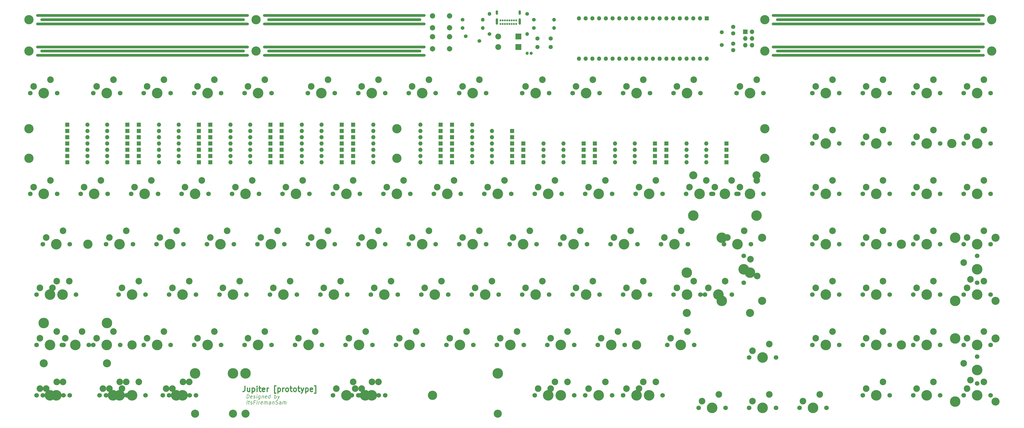
<source format=gbr>
%TF.GenerationSoftware,KiCad,Pcbnew,(6.0.0)*%
%TF.CreationDate,2022-04-22T09:20:41+02:00*%
%TF.ProjectId,pcb,7063622e-6b69-4636-9164-5f7063625858,rev?*%
%TF.SameCoordinates,Original*%
%TF.FileFunction,Soldermask,Top*%
%TF.FilePolarity,Negative*%
%FSLAX46Y46*%
G04 Gerber Fmt 4.6, Leading zero omitted, Abs format (unit mm)*
G04 Created by KiCad (PCBNEW (6.0.0)) date 2022-04-22 09:20:41*
%MOMM*%
%LPD*%
G01*
G04 APERTURE LIST*
%ADD10C,1.000000*%
%ADD11C,0.400000*%
%ADD12C,0.200000*%
%ADD13R,1.600000X1.600000*%
%ADD14O,1.600000X1.600000*%
%ADD15C,1.750000*%
%ADD16C,4.000000*%
%ADD17C,2.500000*%
%ADD18C,3.500001*%
%ADD19C,1.400000*%
%ADD20O,1.400000X1.400000*%
%ADD21C,3.987800*%
%ADD22C,3.048000*%
%ADD23C,1.500000*%
%ADD24C,2.000000*%
%ADD25R,1.700000X1.700000*%
%ADD26O,1.700000X1.700000*%
%ADD27C,1.600000*%
%ADD28R,2.200000X2.200000*%
%ADD29O,2.200000X2.200000*%
%ADD30C,0.700000*%
%ADD31O,0.900000X1.700000*%
%ADD32O,0.900000X2.400000*%
%ADD33C,1.200000*%
G04 APERTURE END LIST*
D10*
X467518750Y-144462500D02*
X388143750Y-144462500D01*
X254793750Y-142875000D02*
X197643750Y-142875000D01*
X388143750Y-129381250D02*
X467518750Y-129381250D01*
X388143750Y-132556250D02*
X467518750Y-132556250D01*
X254793750Y-130968750D02*
X197643750Y-130968750D01*
X465931250Y-130968750D02*
X389731250Y-130968750D01*
X196056250Y-132556250D02*
X256381250Y-132556250D01*
X465931250Y-142875000D02*
X389731250Y-142875000D01*
X188118750Y-130968750D02*
X111918750Y-130968750D01*
X110331250Y-129381250D02*
X189706250Y-129381250D01*
X388143750Y-141287500D02*
X467518750Y-141287500D01*
X189706250Y-144462500D02*
X110331250Y-144462500D01*
X196056250Y-144462500D02*
X256381250Y-144462500D01*
X110331250Y-132556250D02*
X189706250Y-132556250D01*
X256381250Y-141287500D02*
X196056250Y-141287500D01*
X256381250Y-129381250D02*
X196056250Y-129381250D01*
X188118750Y-142875000D02*
X111918750Y-142875000D01*
X110331250Y-141287500D02*
X189706250Y-141287500D01*
D11*
X188632619Y-269573511D02*
X188632619Y-271002083D01*
X188537380Y-271287797D01*
X188346904Y-271478273D01*
X188061190Y-271573511D01*
X187870714Y-271573511D01*
X190442142Y-270240178D02*
X190442142Y-271573511D01*
X189585000Y-270240178D02*
X189585000Y-271287797D01*
X189680238Y-271478273D01*
X189870714Y-271573511D01*
X190156428Y-271573511D01*
X190346904Y-271478273D01*
X190442142Y-271383035D01*
X191394523Y-270240178D02*
X191394523Y-272240178D01*
X191394523Y-270335416D02*
X191585000Y-270240178D01*
X191965952Y-270240178D01*
X192156428Y-270335416D01*
X192251666Y-270430654D01*
X192346904Y-270621130D01*
X192346904Y-271192559D01*
X192251666Y-271383035D01*
X192156428Y-271478273D01*
X191965952Y-271573511D01*
X191585000Y-271573511D01*
X191394523Y-271478273D01*
X193204047Y-271573511D02*
X193204047Y-270240178D01*
X193204047Y-269573511D02*
X193108809Y-269668750D01*
X193204047Y-269763988D01*
X193299285Y-269668750D01*
X193204047Y-269573511D01*
X193204047Y-269763988D01*
X193870714Y-270240178D02*
X194632619Y-270240178D01*
X194156428Y-269573511D02*
X194156428Y-271287797D01*
X194251666Y-271478273D01*
X194442142Y-271573511D01*
X194632619Y-271573511D01*
X196061190Y-271478273D02*
X195870714Y-271573511D01*
X195489761Y-271573511D01*
X195299285Y-271478273D01*
X195204047Y-271287797D01*
X195204047Y-270525892D01*
X195299285Y-270335416D01*
X195489761Y-270240178D01*
X195870714Y-270240178D01*
X196061190Y-270335416D01*
X196156428Y-270525892D01*
X196156428Y-270716369D01*
X195204047Y-270906845D01*
X197013571Y-271573511D02*
X197013571Y-270240178D01*
X197013571Y-270621130D02*
X197108809Y-270430654D01*
X197204047Y-270335416D01*
X197394523Y-270240178D01*
X197585000Y-270240178D01*
X200346904Y-272240178D02*
X199870714Y-272240178D01*
X199870714Y-269383035D01*
X200346904Y-269383035D01*
X201108809Y-270240178D02*
X201108809Y-272240178D01*
X201108809Y-270335416D02*
X201299285Y-270240178D01*
X201680238Y-270240178D01*
X201870714Y-270335416D01*
X201965952Y-270430654D01*
X202061190Y-270621130D01*
X202061190Y-271192559D01*
X201965952Y-271383035D01*
X201870714Y-271478273D01*
X201680238Y-271573511D01*
X201299285Y-271573511D01*
X201108809Y-271478273D01*
X202918333Y-271573511D02*
X202918333Y-270240178D01*
X202918333Y-270621130D02*
X203013571Y-270430654D01*
X203108809Y-270335416D01*
X203299285Y-270240178D01*
X203489761Y-270240178D01*
X204442142Y-271573511D02*
X204251666Y-271478273D01*
X204156428Y-271383035D01*
X204061190Y-271192559D01*
X204061190Y-270621130D01*
X204156428Y-270430654D01*
X204251666Y-270335416D01*
X204442142Y-270240178D01*
X204727857Y-270240178D01*
X204918333Y-270335416D01*
X205013571Y-270430654D01*
X205108809Y-270621130D01*
X205108809Y-271192559D01*
X205013571Y-271383035D01*
X204918333Y-271478273D01*
X204727857Y-271573511D01*
X204442142Y-271573511D01*
X205680238Y-270240178D02*
X206442142Y-270240178D01*
X205965952Y-269573511D02*
X205965952Y-271287797D01*
X206061190Y-271478273D01*
X206251666Y-271573511D01*
X206442142Y-271573511D01*
X207394523Y-271573511D02*
X207204047Y-271478273D01*
X207108809Y-271383035D01*
X207013571Y-271192559D01*
X207013571Y-270621130D01*
X207108809Y-270430654D01*
X207204047Y-270335416D01*
X207394523Y-270240178D01*
X207680238Y-270240178D01*
X207870714Y-270335416D01*
X207965952Y-270430654D01*
X208061190Y-270621130D01*
X208061190Y-271192559D01*
X207965952Y-271383035D01*
X207870714Y-271478273D01*
X207680238Y-271573511D01*
X207394523Y-271573511D01*
X208632619Y-270240178D02*
X209394523Y-270240178D01*
X208918333Y-269573511D02*
X208918333Y-271287797D01*
X209013571Y-271478273D01*
X209204047Y-271573511D01*
X209394523Y-271573511D01*
X209870714Y-270240178D02*
X210346904Y-271573511D01*
X210823095Y-270240178D02*
X210346904Y-271573511D01*
X210156428Y-272049702D01*
X210061190Y-272144940D01*
X209870714Y-272240178D01*
X211585000Y-270240178D02*
X211585000Y-272240178D01*
X211585000Y-270335416D02*
X211775476Y-270240178D01*
X212156428Y-270240178D01*
X212346904Y-270335416D01*
X212442142Y-270430654D01*
X212537380Y-270621130D01*
X212537380Y-271192559D01*
X212442142Y-271383035D01*
X212346904Y-271478273D01*
X212156428Y-271573511D01*
X211775476Y-271573511D01*
X211585000Y-271478273D01*
X214156428Y-271478273D02*
X213965952Y-271573511D01*
X213585000Y-271573511D01*
X213394523Y-271478273D01*
X213299285Y-271287797D01*
X213299285Y-270525892D01*
X213394523Y-270335416D01*
X213585000Y-270240178D01*
X213965952Y-270240178D01*
X214156428Y-270335416D01*
X214251666Y-270525892D01*
X214251666Y-270716369D01*
X213299285Y-270906845D01*
X214918333Y-272240178D02*
X215394523Y-272240178D01*
X215394523Y-269383035D01*
X214918333Y-269383035D01*
D12*
X189384166Y-274143833D02*
X189559166Y-272743833D01*
X189892500Y-272743833D01*
X190084166Y-272810500D01*
X190200833Y-272943833D01*
X190250833Y-273077166D01*
X190284166Y-273343833D01*
X190259166Y-273543833D01*
X190159166Y-273810500D01*
X190075833Y-273943833D01*
X189925833Y-274077166D01*
X189717500Y-274143833D01*
X189384166Y-274143833D01*
X191325833Y-274077166D02*
X191184166Y-274143833D01*
X190917500Y-274143833D01*
X190792500Y-274077166D01*
X190742500Y-273943833D01*
X190809166Y-273410500D01*
X190892500Y-273277166D01*
X191034166Y-273210500D01*
X191300833Y-273210500D01*
X191425833Y-273277166D01*
X191475833Y-273410500D01*
X191459166Y-273543833D01*
X190775833Y-273677166D01*
X191925833Y-274077166D02*
X192050833Y-274143833D01*
X192317500Y-274143833D01*
X192459166Y-274077166D01*
X192542500Y-273943833D01*
X192550833Y-273877166D01*
X192500833Y-273743833D01*
X192375833Y-273677166D01*
X192175833Y-273677166D01*
X192050833Y-273610500D01*
X192000833Y-273477166D01*
X192009166Y-273410500D01*
X192092500Y-273277166D01*
X192234166Y-273210500D01*
X192434166Y-273210500D01*
X192559166Y-273277166D01*
X193117500Y-274143833D02*
X193234166Y-273210500D01*
X193292500Y-272743833D02*
X193217500Y-272810500D01*
X193275833Y-272877166D01*
X193350833Y-272810500D01*
X193292500Y-272743833D01*
X193275833Y-272877166D01*
X194500833Y-273210500D02*
X194359166Y-274343833D01*
X194275833Y-274477166D01*
X194200833Y-274543833D01*
X194059166Y-274610500D01*
X193859166Y-274610500D01*
X193734166Y-274543833D01*
X194392500Y-274077166D02*
X194250833Y-274143833D01*
X193984166Y-274143833D01*
X193859166Y-274077166D01*
X193800833Y-274010500D01*
X193750833Y-273877166D01*
X193800833Y-273477166D01*
X193884166Y-273343833D01*
X193959166Y-273277166D01*
X194100833Y-273210500D01*
X194367500Y-273210500D01*
X194492500Y-273277166D01*
X195167500Y-273210500D02*
X195050833Y-274143833D01*
X195150833Y-273343833D02*
X195225833Y-273277166D01*
X195367500Y-273210500D01*
X195567500Y-273210500D01*
X195692500Y-273277166D01*
X195742500Y-273410500D01*
X195650833Y-274143833D01*
X196859166Y-274077166D02*
X196717500Y-274143833D01*
X196450833Y-274143833D01*
X196325833Y-274077166D01*
X196275833Y-273943833D01*
X196342500Y-273410500D01*
X196425833Y-273277166D01*
X196567500Y-273210500D01*
X196834166Y-273210500D01*
X196959166Y-273277166D01*
X197009166Y-273410500D01*
X196992500Y-273543833D01*
X196309166Y-273677166D01*
X198117500Y-274143833D02*
X198292500Y-272743833D01*
X198125833Y-274077166D02*
X197984166Y-274143833D01*
X197717500Y-274143833D01*
X197592500Y-274077166D01*
X197534166Y-274010500D01*
X197484166Y-273877166D01*
X197534166Y-273477166D01*
X197617500Y-273343833D01*
X197692500Y-273277166D01*
X197834166Y-273210500D01*
X198100833Y-273210500D01*
X198225833Y-273277166D01*
X199850833Y-274143833D02*
X200025833Y-272743833D01*
X199959166Y-273277166D02*
X200100833Y-273210500D01*
X200367500Y-273210500D01*
X200492500Y-273277166D01*
X200550833Y-273343833D01*
X200600833Y-273477166D01*
X200550833Y-273877166D01*
X200467500Y-274010500D01*
X200392500Y-274077166D01*
X200250833Y-274143833D01*
X199984166Y-274143833D01*
X199859166Y-274077166D01*
X201100833Y-273210500D02*
X201317500Y-274143833D01*
X201767500Y-273210500D02*
X201317500Y-274143833D01*
X201142500Y-274477166D01*
X201067500Y-274543833D01*
X200925833Y-274610500D01*
X189384166Y-276397833D02*
X189559166Y-274997833D01*
X189967500Y-275464500D02*
X190500833Y-275464500D01*
X190225833Y-274997833D02*
X190075833Y-276197833D01*
X190125833Y-276331166D01*
X190250833Y-276397833D01*
X190384166Y-276397833D01*
X190792500Y-276331166D02*
X190917500Y-276397833D01*
X191184166Y-276397833D01*
X191325833Y-276331166D01*
X191409166Y-276197833D01*
X191417500Y-276131166D01*
X191367500Y-275997833D01*
X191242500Y-275931166D01*
X191042500Y-275931166D01*
X190917500Y-275864500D01*
X190867500Y-275731166D01*
X190875833Y-275664500D01*
X190959166Y-275531166D01*
X191100833Y-275464500D01*
X191300833Y-275464500D01*
X191425833Y-275531166D01*
X192542500Y-275664500D02*
X192075833Y-275664500D01*
X191984166Y-276397833D02*
X192159166Y-274997833D01*
X192825833Y-274997833D01*
X193184166Y-276397833D02*
X193300833Y-275464500D01*
X193359166Y-274997833D02*
X193284166Y-275064500D01*
X193342500Y-275131166D01*
X193417500Y-275064500D01*
X193359166Y-274997833D01*
X193342500Y-275131166D01*
X193850833Y-276397833D02*
X193967500Y-275464500D01*
X193934166Y-275731166D02*
X194017500Y-275597833D01*
X194092500Y-275531166D01*
X194234166Y-275464500D01*
X194367500Y-275464500D01*
X195259166Y-276331166D02*
X195117500Y-276397833D01*
X194850833Y-276397833D01*
X194725833Y-276331166D01*
X194675833Y-276197833D01*
X194742500Y-275664500D01*
X194825833Y-275531166D01*
X194967500Y-275464500D01*
X195234166Y-275464500D01*
X195359166Y-275531166D01*
X195409166Y-275664500D01*
X195392500Y-275797833D01*
X194709166Y-275931166D01*
X195917500Y-276397833D02*
X196034166Y-275464500D01*
X196017500Y-275597833D02*
X196092500Y-275531166D01*
X196234166Y-275464500D01*
X196434166Y-275464500D01*
X196559166Y-275531166D01*
X196609166Y-275664500D01*
X196517500Y-276397833D01*
X196609166Y-275664500D02*
X196692500Y-275531166D01*
X196834166Y-275464500D01*
X197034166Y-275464500D01*
X197159166Y-275531166D01*
X197209166Y-275664500D01*
X197117500Y-276397833D01*
X198384166Y-276397833D02*
X198475833Y-275664500D01*
X198425833Y-275531166D01*
X198300833Y-275464500D01*
X198034166Y-275464500D01*
X197892500Y-275531166D01*
X198392500Y-276331166D02*
X198250833Y-276397833D01*
X197917500Y-276397833D01*
X197792500Y-276331166D01*
X197742500Y-276197833D01*
X197759166Y-276064500D01*
X197842500Y-275931166D01*
X197984166Y-275864500D01*
X198317500Y-275864500D01*
X198459166Y-275797833D01*
X199167500Y-275464500D02*
X199050833Y-276397833D01*
X199150833Y-275597833D02*
X199225833Y-275531166D01*
X199367500Y-275464500D01*
X199567500Y-275464500D01*
X199692500Y-275531166D01*
X199742500Y-275664500D01*
X199650833Y-276397833D01*
X200259166Y-276331166D02*
X200450833Y-276397833D01*
X200784166Y-276397833D01*
X200925833Y-276331166D01*
X201000833Y-276264500D01*
X201084166Y-276131166D01*
X201100833Y-275997833D01*
X201050833Y-275864500D01*
X200992500Y-275797833D01*
X200867500Y-275731166D01*
X200609166Y-275664500D01*
X200484166Y-275597833D01*
X200425833Y-275531166D01*
X200375833Y-275397833D01*
X200392500Y-275264500D01*
X200475833Y-275131166D01*
X200550833Y-275064500D01*
X200692500Y-274997833D01*
X201025833Y-274997833D01*
X201217500Y-275064500D01*
X202250833Y-276397833D02*
X202342500Y-275664500D01*
X202292500Y-275531166D01*
X202167500Y-275464500D01*
X201900833Y-275464500D01*
X201759166Y-275531166D01*
X202259166Y-276331166D02*
X202117500Y-276397833D01*
X201784166Y-276397833D01*
X201659166Y-276331166D01*
X201609166Y-276197833D01*
X201625833Y-276064500D01*
X201709166Y-275931166D01*
X201850833Y-275864500D01*
X202184166Y-275864500D01*
X202325833Y-275797833D01*
X202917500Y-276397833D02*
X203034166Y-275464500D01*
X203017500Y-275597833D02*
X203092500Y-275531166D01*
X203234166Y-275464500D01*
X203434166Y-275464500D01*
X203559166Y-275531166D01*
X203609166Y-275664500D01*
X203517500Y-276397833D01*
X203609166Y-275664500D02*
X203692500Y-275531166D01*
X203834166Y-275464500D01*
X204034166Y-275464500D01*
X204159166Y-275531166D01*
X204209166Y-275664500D01*
X204117500Y-276397833D01*
D13*
%TO.C,D104*%
X289560000Y-182562500D03*
D14*
X281940000Y-182562500D03*
%TD*%
D15*
%TO.C,SW22*%
X460057500Y-177800000D03*
D16*
X465137500Y-177800000D03*
D15*
X470217500Y-177800000D03*
D17*
X461327500Y-175260000D03*
X467677500Y-172720000D03*
%TD*%
D18*
%TO.C,MH2*%
X259556250Y-273050000D03*
%TD*%
D15*
%TO.C,SW106*%
X308292500Y-273050000D03*
X298132500Y-273050000D03*
D16*
X303212500Y-273050000D03*
D17*
X299402500Y-270510000D03*
X305752500Y-267970000D03*
%TD*%
D16*
%TO.C,SW122*%
X236537500Y-273050000D03*
D15*
X231457500Y-273050000D03*
X241617500Y-273050000D03*
D17*
X232727500Y-270510000D03*
X239077500Y-267970000D03*
%TD*%
D13*
%TO.C,D14*%
X121602500Y-184943750D03*
D14*
X129222500Y-184943750D03*
%TD*%
D13*
%TO.C,D79*%
X262572500Y-182562500D03*
D14*
X254952500Y-182562500D03*
%TD*%
D13*
%TO.C,D75*%
X347821250Y-180181250D03*
D14*
X355441250Y-180181250D03*
%TD*%
D13*
%TO.C,D62*%
X225266250Y-182562500D03*
D14*
X217646250Y-182562500D03*
%TD*%
D15*
%TO.C,SW48*%
X212407500Y-215900000D03*
X222567500Y-215900000D03*
D16*
X217487500Y-215900000D03*
D17*
X213677500Y-213360000D03*
X220027500Y-210820000D03*
%TD*%
D18*
%TO.C,MH2*%
X246062500Y-183356250D03*
%TD*%
D13*
%TO.C,D30*%
X148590000Y-175418750D03*
D14*
X156210000Y-175418750D03*
%TD*%
D13*
%TO.C,D22*%
X316547500Y-184943750D03*
D14*
X308927500Y-184943750D03*
%TD*%
D18*
%TO.C,MH2*%
X470693750Y-142875000D03*
%TD*%
D13*
%TO.C,D31*%
X171291250Y-175418750D03*
D14*
X163671250Y-175418750D03*
%TD*%
D18*
%TO.C,MH2*%
X107156250Y-183356250D03*
%TD*%
D15*
%TO.C,SW82*%
X119538750Y-254000000D03*
D16*
X124618750Y-254000000D03*
D15*
X129698750Y-254000000D03*
D17*
X120808750Y-251460000D03*
X127158750Y-248920000D03*
%TD*%
D15*
%TO.C,SW47*%
X203517500Y-215900000D03*
X193357500Y-215900000D03*
D16*
X198437500Y-215900000D03*
D17*
X194627500Y-213360000D03*
X200977500Y-210820000D03*
%TD*%
D19*
%TO.C,R5*%
X297815000Y-130968750D03*
D20*
X305435000Y-130968750D03*
%TD*%
D15*
%TO.C,SW49*%
X241617500Y-215900000D03*
X231457500Y-215900000D03*
D16*
X236537500Y-215900000D03*
D17*
X232727500Y-213360000D03*
X239077500Y-210820000D03*
%TD*%
D21*
%TO.C,REF\u002A\u002A*%
X456882500Y-237363000D03*
D22*
X472122500Y-237363000D03*
X472122500Y-213487000D03*
D21*
X456882500Y-213487000D03*
%TD*%
D18*
%TO.C,MH2*%
X384968750Y-172243750D03*
%TD*%
D13*
%TO.C,D102*%
X289560000Y-180181250D03*
D14*
X281940000Y-180181250D03*
%TD*%
D16*
%TO.C,SW108*%
X341312500Y-273050000D03*
D15*
X336232500Y-273050000D03*
X346392500Y-273050000D03*
D17*
X337502500Y-270510000D03*
X343852500Y-267970000D03*
%TD*%
D15*
%TO.C,SW7*%
X241617500Y-158750000D03*
D16*
X236537500Y-158750000D03*
D15*
X231457500Y-158750000D03*
D17*
X232727500Y-156210000D03*
X239077500Y-153670000D03*
%TD*%
D15*
%TO.C,SW102*%
X120173750Y-273050000D03*
D16*
X115093750Y-273050000D03*
D15*
X110013750Y-273050000D03*
D17*
X111283750Y-270510000D03*
X117633750Y-267970000D03*
%TD*%
D13*
%TO.C,D72*%
X225266250Y-170656250D03*
D14*
X217646250Y-170656250D03*
%TD*%
D13*
%TO.C,D27*%
X171291250Y-180181250D03*
D14*
X163671250Y-180181250D03*
%TD*%
D13*
%TO.C,D1*%
X144303750Y-170656250D03*
D14*
X136683750Y-170656250D03*
%TD*%
D15*
%TO.C,SW58*%
X432117500Y-215900000D03*
X421957500Y-215900000D03*
D16*
X427037500Y-215900000D03*
D17*
X423227500Y-213360000D03*
X429577500Y-210820000D03*
%TD*%
D13*
%TO.C,D84*%
X229552500Y-184943750D03*
D14*
X237172500Y-184943750D03*
%TD*%
D16*
%TO.C,SW113*%
X446087500Y-273050000D03*
D15*
X451167500Y-273050000D03*
X441007500Y-273050000D03*
D17*
X442277500Y-270510000D03*
X448627500Y-267970000D03*
%TD*%
D21*
%TO.C,REF\u002A\u002A*%
X284162500Y-264795000D03*
D22*
X188912500Y-280035000D03*
X284162500Y-280035000D03*
D21*
X188912500Y-264795000D03*
%TD*%
D13*
%TO.C,D107*%
X289560000Y-173037500D03*
D14*
X281940000Y-173037500D03*
%TD*%
D15*
%TO.C,SW61*%
X465137500Y-230505000D03*
X465137500Y-220345000D03*
D16*
X465137500Y-225425000D03*
D17*
X462597500Y-229235000D03*
X460057500Y-222885000D03*
%TD*%
D16*
%TO.C,SW5*%
X193675000Y-158750000D03*
D15*
X198755000Y-158750000D03*
X188595000Y-158750000D03*
D17*
X189865000Y-156210000D03*
X196215000Y-153670000D03*
%TD*%
D13*
%TO.C,D3*%
X144303750Y-184943750D03*
D14*
X136683750Y-184943750D03*
%TD*%
D15*
%TO.C,SW111*%
X398145000Y-277812500D03*
X408305000Y-277812500D03*
D16*
X403225000Y-277812500D03*
D17*
X399415000Y-275272500D03*
X405765000Y-272732500D03*
%TD*%
D21*
%TO.C,REF\u002A\u002A*%
X184156250Y-264795000D03*
D22*
X284156250Y-280035000D03*
X184156250Y-280035000D03*
D21*
X284156250Y-264795000D03*
%TD*%
D13*
%TO.C,D32*%
X148590000Y-177800000D03*
D14*
X156210000Y-177800000D03*
%TD*%
D15*
%TO.C,SW38*%
X374332500Y-196850000D03*
X384492500Y-196850000D03*
D16*
X379412500Y-196850000D03*
D17*
X375602500Y-194310000D03*
X381952500Y-191770000D03*
%TD*%
D15*
%TO.C,SW87*%
X207645000Y-254000000D03*
D16*
X212725000Y-254000000D03*
D15*
X217805000Y-254000000D03*
D17*
X208915000Y-251460000D03*
X215265000Y-248920000D03*
%TD*%
D15*
%TO.C,SW78*%
X451167500Y-234950000D03*
X441007500Y-234950000D03*
D16*
X446087500Y-234950000D03*
D17*
X442277500Y-232410000D03*
X448627500Y-229870000D03*
%TD*%
D15*
%TO.C,SW97*%
X432117500Y-254000000D03*
X421957500Y-254000000D03*
D16*
X427037500Y-254000000D03*
D17*
X423227500Y-251460000D03*
X429577500Y-248920000D03*
%TD*%
D19*
%TO.C,R3*%
X280987500Y-136366250D03*
D20*
X280987500Y-128746250D03*
%TD*%
D18*
%TO.C,MH2*%
X107156250Y-130968750D03*
%TD*%
D13*
%TO.C,D57*%
X343535000Y-180181250D03*
D14*
X335915000Y-180181250D03*
%TD*%
D13*
%TO.C,D103*%
X266858750Y-177800000D03*
D14*
X274478750Y-177800000D03*
%TD*%
D23*
%TO.C,Y1*%
X368756250Y-140562500D03*
X368756250Y-135682500D03*
%TD*%
D15*
%TO.C,SW32*%
X260032500Y-196850000D03*
X270192500Y-196850000D03*
D16*
X265112500Y-196850000D03*
D17*
X261302500Y-194310000D03*
X267652500Y-191770000D03*
%TD*%
D15*
%TO.C,SW86*%
X198755000Y-254000000D03*
X188595000Y-254000000D03*
D16*
X193675000Y-254000000D03*
D17*
X189865000Y-251460000D03*
X196215000Y-248920000D03*
%TD*%
D13*
%TO.C,D91*%
X370522500Y-177800000D03*
D14*
X362902500Y-177800000D03*
%TD*%
D16*
%TO.C,SW34*%
X303212500Y-196850000D03*
D15*
X298132500Y-196850000D03*
X308292500Y-196850000D03*
D17*
X299402500Y-194310000D03*
X305752500Y-191770000D03*
%TD*%
D15*
%TO.C,SW52*%
X288607500Y-215900000D03*
D16*
X293687500Y-215900000D03*
D15*
X298767500Y-215900000D03*
D17*
X289877500Y-213360000D03*
X296227500Y-210820000D03*
%TD*%
D16*
%TO.C,SW54*%
X331787500Y-215900000D03*
D15*
X326707500Y-215900000D03*
X336867500Y-215900000D03*
D17*
X327977500Y-213360000D03*
X334327500Y-210820000D03*
%TD*%
D13*
%TO.C,D82*%
X229552500Y-182562500D03*
D14*
X237172500Y-182562500D03*
%TD*%
D15*
%TO.C,SW20*%
X421957500Y-177800000D03*
D16*
X427037500Y-177800000D03*
D15*
X432117500Y-177800000D03*
D17*
X423227500Y-175260000D03*
X429577500Y-172720000D03*
%TD*%
D15*
%TO.C,SW15*%
X413067500Y-158750000D03*
X402907500Y-158750000D03*
D16*
X407987500Y-158750000D03*
D17*
X404177500Y-156210000D03*
X410527500Y-153670000D03*
%TD*%
D13*
%TO.C,D12*%
X121602500Y-182562500D03*
D14*
X129222500Y-182562500D03*
%TD*%
D16*
%TO.C,SW37*%
X369887500Y-196850000D03*
D15*
X364807500Y-196850000D03*
X374967500Y-196850000D03*
D17*
X366077500Y-194310000D03*
X372427500Y-191770000D03*
%TD*%
D13*
%TO.C,D93*%
X370522500Y-182562500D03*
D14*
X362902500Y-182562500D03*
%TD*%
D24*
%TO.C,SW124*%
X265981250Y-134012500D03*
X259481250Y-134012500D03*
X265981250Y-129512500D03*
X259481250Y-129512500D03*
%TD*%
D15*
%TO.C,SW3*%
X160655000Y-158750000D03*
D16*
X155575000Y-158750000D03*
D15*
X150495000Y-158750000D03*
D17*
X151765000Y-156210000D03*
X158115000Y-153670000D03*
%TD*%
D13*
%TO.C,D63*%
X202565000Y-182562500D03*
D14*
X210185000Y-182562500D03*
%TD*%
D13*
%TO.C,D86*%
X229552500Y-173037500D03*
D14*
X237172500Y-173037500D03*
%TD*%
D16*
%TO.C,SW30*%
X227012500Y-196850000D03*
D15*
X221932500Y-196850000D03*
X232092500Y-196850000D03*
D17*
X223202500Y-194310000D03*
X229552500Y-191770000D03*
%TD*%
D13*
%TO.C,D36*%
X148590000Y-182562500D03*
D14*
X156210000Y-182562500D03*
%TD*%
D16*
%TO.C,SW31*%
X246062500Y-196850000D03*
D15*
X251142500Y-196850000D03*
X240982500Y-196850000D03*
D17*
X242252500Y-194310000D03*
X248602500Y-191770000D03*
%TD*%
D13*
%TO.C,D8*%
X121602500Y-177800000D03*
D14*
X129222500Y-177800000D03*
%TD*%
D15*
%TO.C,SW69*%
X236220000Y-234950000D03*
D16*
X241300000Y-234950000D03*
D15*
X246380000Y-234950000D03*
D17*
X237490000Y-232410000D03*
X243840000Y-229870000D03*
%TD*%
D13*
%TO.C,D21*%
X316547500Y-182562500D03*
D14*
X308927500Y-182562500D03*
%TD*%
D13*
%TO.C,D80*%
X229552500Y-180181250D03*
D14*
X237172500Y-180181250D03*
%TD*%
D13*
%TO.C,D78*%
X229552500Y-177800000D03*
D14*
X237172500Y-177800000D03*
%TD*%
D16*
%TO.C,SW94*%
X353218750Y-254000000D03*
D15*
X348138750Y-254000000D03*
X358298750Y-254000000D03*
D17*
X349408750Y-251460000D03*
X355758750Y-248920000D03*
%TD*%
D15*
%TO.C,SW11*%
X322580000Y-158750000D03*
D16*
X317500000Y-158750000D03*
D15*
X312420000Y-158750000D03*
D17*
X313690000Y-156210000D03*
X320040000Y-153670000D03*
%TD*%
D16*
%TO.C,SW107*%
X322262500Y-273050000D03*
D15*
X327342500Y-273050000D03*
X317182500Y-273050000D03*
D17*
X318452500Y-270510000D03*
X324802500Y-267970000D03*
%TD*%
D13*
%TO.C,D96*%
X289560000Y-184943750D03*
D14*
X281940000Y-184943750D03*
%TD*%
D16*
%TO.C,SW116*%
X141287500Y-273050000D03*
D15*
X136207500Y-273050000D03*
X146367500Y-273050000D03*
D17*
X137477500Y-270510000D03*
X143827500Y-267970000D03*
%TD*%
D15*
%TO.C,SW95*%
X389255000Y-258762500D03*
D16*
X384175000Y-258762500D03*
D15*
X379095000Y-258762500D03*
D17*
X380365000Y-256222500D03*
X386715000Y-253682500D03*
%TD*%
D16*
%TO.C,SW51*%
X274637500Y-215900000D03*
D15*
X279717500Y-215900000D03*
X269557500Y-215900000D03*
D17*
X270827500Y-213360000D03*
X277177500Y-210820000D03*
%TD*%
D16*
%TO.C,SW45*%
X160337500Y-215900000D03*
D15*
X165417500Y-215900000D03*
X155257500Y-215900000D03*
D17*
X156527500Y-213360000D03*
X162877500Y-210820000D03*
%TD*%
D18*
%TO.C,MH2*%
X192881250Y-130968750D03*
%TD*%
D13*
%TO.C,D73*%
X347821250Y-184943750D03*
D14*
X355441250Y-184943750D03*
%TD*%
D18*
%TO.C,MH2*%
X436562500Y-215900000D03*
%TD*%
D16*
%TO.C,SW14*%
X379412500Y-158750000D03*
D15*
X384492500Y-158750000D03*
X374332500Y-158750000D03*
D17*
X375602500Y-156210000D03*
X381952500Y-153670000D03*
%TD*%
D13*
%TO.C,D88*%
X229552500Y-175418750D03*
D14*
X237172500Y-175418750D03*
%TD*%
D15*
%TO.C,SW35*%
X317182500Y-196850000D03*
X327342500Y-196850000D03*
D16*
X322262500Y-196850000D03*
D17*
X318452500Y-194310000D03*
X324802500Y-191770000D03*
%TD*%
D16*
%TO.C,SW41*%
X446087500Y-196850000D03*
D15*
X441007500Y-196850000D03*
X451167500Y-196850000D03*
D17*
X442277500Y-194310000D03*
X448627500Y-191770000D03*
%TD*%
D13*
%TO.C,D50*%
X198278750Y-175418750D03*
D14*
X190658750Y-175418750D03*
%TD*%
D16*
%TO.C,SW39*%
X407987500Y-196850000D03*
D15*
X402907500Y-196850000D03*
X413067500Y-196850000D03*
D17*
X404177500Y-194310000D03*
X410527500Y-191770000D03*
%TD*%
D25*
%TO.C,J2*%
X377656250Y-135587500D03*
D26*
X380196250Y-135587500D03*
X377656250Y-138127500D03*
X380196250Y-138127500D03*
X377656250Y-140667500D03*
X380196250Y-140667500D03*
%TD*%
D15*
%TO.C,SW85*%
X169545000Y-254000000D03*
D16*
X174625000Y-254000000D03*
D15*
X179705000Y-254000000D03*
D17*
X170815000Y-251460000D03*
X177165000Y-248920000D03*
%TD*%
D13*
%TO.C,D83*%
X262572500Y-177800000D03*
D14*
X254952500Y-177800000D03*
%TD*%
D16*
%TO.C,SW21*%
X446087500Y-177800000D03*
D15*
X451167500Y-177800000D03*
X441007500Y-177800000D03*
D17*
X442277500Y-175260000D03*
X448627500Y-172720000D03*
%TD*%
D13*
%TO.C,D9*%
X144303750Y-177800000D03*
D14*
X136683750Y-177800000D03*
%TD*%
D16*
%TO.C,SW93*%
X327025000Y-254000000D03*
D15*
X321945000Y-254000000D03*
X332105000Y-254000000D03*
D17*
X323215000Y-251460000D03*
X329565000Y-248920000D03*
%TD*%
D15*
%TO.C,SW71*%
X274320000Y-234950000D03*
D16*
X279400000Y-234950000D03*
D15*
X284480000Y-234950000D03*
D17*
X275590000Y-232410000D03*
X281940000Y-229870000D03*
%TD*%
D13*
%TO.C,D47*%
X175577500Y-170656250D03*
D14*
X183197500Y-170656250D03*
%TD*%
D15*
%TO.C,SW121*%
X140970000Y-273050000D03*
X151130000Y-273050000D03*
D16*
X146050000Y-273050000D03*
D17*
X142240000Y-270510000D03*
X148590000Y-267970000D03*
%TD*%
D15*
%TO.C,SW6*%
X222567500Y-158750000D03*
D16*
X217487500Y-158750000D03*
D15*
X212407500Y-158750000D03*
D17*
X213677500Y-156210000D03*
X220027500Y-153670000D03*
%TD*%
D15*
%TO.C,SW33*%
X289242500Y-196850000D03*
D16*
X284162500Y-196850000D03*
D15*
X279082500Y-196850000D03*
D17*
X280352500Y-194310000D03*
X286702500Y-191770000D03*
%TD*%
D27*
%TO.C,C4*%
X373062500Y-142537500D03*
X373062500Y-140037500D03*
%TD*%
D13*
%TO.C,U1*%
X363056250Y-130487500D03*
D14*
X360516250Y-130487500D03*
X357976250Y-130487500D03*
X355436250Y-130487500D03*
X352896250Y-130487500D03*
X350356250Y-130487500D03*
X347816250Y-130487500D03*
X345276250Y-130487500D03*
X342736250Y-130487500D03*
X340196250Y-130487500D03*
X337656250Y-130487500D03*
X335116250Y-130487500D03*
X332576250Y-130487500D03*
X330036250Y-130487500D03*
X327496250Y-130487500D03*
X324956250Y-130487500D03*
X322416250Y-130487500D03*
X319876250Y-130487500D03*
X317336250Y-130487500D03*
X314796250Y-130487500D03*
X314796250Y-145727500D03*
X317336250Y-145727500D03*
X319876250Y-145727500D03*
X322416250Y-145727500D03*
X324956250Y-145727500D03*
X327496250Y-145727500D03*
X330036250Y-145727500D03*
X332576250Y-145727500D03*
X335116250Y-145727500D03*
X337656250Y-145727500D03*
X340196250Y-145727500D03*
X342736250Y-145727500D03*
X345276250Y-145727500D03*
X347816250Y-145727500D03*
X350356250Y-145727500D03*
X352896250Y-145727500D03*
X355436250Y-145727500D03*
X357976250Y-145727500D03*
X360516250Y-145727500D03*
X363056250Y-145727500D03*
%TD*%
D16*
%TO.C,SW88*%
X231775000Y-254000000D03*
D15*
X236855000Y-254000000D03*
X226695000Y-254000000D03*
D17*
X227965000Y-251460000D03*
X234315000Y-248920000D03*
%TD*%
D13*
%TO.C,D74*%
X347821250Y-182562500D03*
D14*
X355441250Y-182562500D03*
%TD*%
D13*
%TO.C,D4*%
X121602500Y-173037500D03*
D14*
X129222500Y-173037500D03*
%TD*%
D15*
%TO.C,SW120*%
X341630000Y-273050000D03*
X331470000Y-273050000D03*
D16*
X336550000Y-273050000D03*
D17*
X332740000Y-270510000D03*
X339090000Y-267970000D03*
%TD*%
D16*
%TO.C,SW105*%
X234156250Y-273050000D03*
D15*
X229076250Y-273050000D03*
X239236250Y-273050000D03*
D17*
X230346250Y-270510000D03*
X236696250Y-267970000D03*
%TD*%
D15*
%TO.C,SW64*%
X151130000Y-234950000D03*
D16*
X146050000Y-234950000D03*
D15*
X140970000Y-234950000D03*
D17*
X142240000Y-232410000D03*
X148590000Y-229870000D03*
%TD*%
D16*
%TO.C,SW70*%
X260350000Y-234950000D03*
D15*
X265430000Y-234950000D03*
X255270000Y-234950000D03*
D17*
X256540000Y-232410000D03*
X262890000Y-229870000D03*
%TD*%
D13*
%TO.C,D100*%
X289560000Y-177800000D03*
D14*
X281940000Y-177800000D03*
%TD*%
D13*
%TO.C,D65*%
X202565000Y-184943750D03*
D14*
X210185000Y-184943750D03*
%TD*%
D15*
%TO.C,SW59*%
X441007500Y-215900000D03*
D16*
X446087500Y-215900000D03*
D15*
X451167500Y-215900000D03*
D17*
X442277500Y-213360000D03*
X448627500Y-210820000D03*
%TD*%
D15*
%TO.C,SW8*%
X260667500Y-158750000D03*
X250507500Y-158750000D03*
D16*
X255587500Y-158750000D03*
D17*
X251777500Y-156210000D03*
X258127500Y-153670000D03*
%TD*%
D18*
%TO.C,MH2*%
X146050000Y-254000000D03*
%TD*%
D15*
%TO.C,SW68*%
X227330000Y-234950000D03*
X217170000Y-234950000D03*
D16*
X222250000Y-234950000D03*
D17*
X218440000Y-232410000D03*
X224790000Y-229870000D03*
%TD*%
D13*
%TO.C,D70*%
X225266250Y-173037500D03*
D14*
X217646250Y-173037500D03*
%TD*%
D15*
%TO.C,SW73*%
X322580000Y-234950000D03*
X312420000Y-234950000D03*
D16*
X317500000Y-234950000D03*
D17*
X313690000Y-232410000D03*
X320040000Y-229870000D03*
%TD*%
D28*
%TO.C,D109*%
X291941250Y-137318750D03*
D29*
X284321250Y-137318750D03*
%TD*%
D15*
%TO.C,SW110*%
X379095000Y-277812500D03*
X389255000Y-277812500D03*
D16*
X384175000Y-277812500D03*
D17*
X380365000Y-275272500D03*
X386715000Y-272732500D03*
%TD*%
D19*
%TO.C,R4*%
X297815000Y-134143750D03*
D20*
X305435000Y-134143750D03*
%TD*%
D13*
%TO.C,D28*%
X148590000Y-173037500D03*
D14*
X156210000Y-173037500D03*
%TD*%
D15*
%TO.C,SW119*%
X302895000Y-273050000D03*
D16*
X307975000Y-273050000D03*
D15*
X313055000Y-273050000D03*
D17*
X304165000Y-270510000D03*
X310515000Y-267970000D03*
%TD*%
D15*
%TO.C,SW66*%
X179070000Y-234950000D03*
X189230000Y-234950000D03*
D16*
X184150000Y-234950000D03*
D17*
X180340000Y-232410000D03*
X186690000Y-229870000D03*
%TD*%
D13*
%TO.C,D71*%
X202565000Y-177800000D03*
D14*
X210185000Y-177800000D03*
%TD*%
D15*
%TO.C,SW53*%
X317817500Y-215900000D03*
D16*
X312737500Y-215900000D03*
D15*
X307657500Y-215900000D03*
D17*
X308927500Y-213360000D03*
X315277500Y-210820000D03*
%TD*%
D16*
%TO.C,SW80*%
X115093750Y-234950000D03*
D15*
X110013750Y-234950000D03*
X120173750Y-234950000D03*
D17*
X111283750Y-232410000D03*
X117633750Y-229870000D03*
%TD*%
D27*
%TO.C,C3*%
X299125000Y-138112500D03*
X304125000Y-138112500D03*
%TD*%
D16*
%TO.C,SW42*%
X465137500Y-196850000D03*
D15*
X460057500Y-196850000D03*
X470217500Y-196850000D03*
D17*
X461327500Y-194310000D03*
X467677500Y-191770000D03*
%TD*%
D13*
%TO.C,D77*%
X262572500Y-184943750D03*
D14*
X254952500Y-184943750D03*
%TD*%
D21*
%TO.C,REF\u002A\u002A*%
X456882500Y-275463000D03*
D22*
X472122500Y-275463000D03*
X472122500Y-251587000D03*
D21*
X456882500Y-251587000D03*
%TD*%
D15*
%TO.C,SW18*%
X460057500Y-158750000D03*
D16*
X465137500Y-158750000D03*
D15*
X470217500Y-158750000D03*
D17*
X461327500Y-156210000D03*
X467677500Y-153670000D03*
%TD*%
D13*
%TO.C,D40*%
X320833750Y-180181250D03*
D14*
X328453750Y-180181250D03*
%TD*%
D15*
%TO.C,SW98*%
X451167500Y-254000000D03*
D16*
X446087500Y-254000000D03*
D15*
X441007500Y-254000000D03*
D17*
X442277500Y-251460000D03*
X448627500Y-248920000D03*
%TD*%
D30*
%TO.C,J1*%
X291106250Y-132612500D03*
X290256250Y-132612500D03*
X289406250Y-132612500D03*
X288556250Y-132612500D03*
X287706250Y-132612500D03*
X286856250Y-132612500D03*
X286006250Y-132612500D03*
X285156250Y-132612500D03*
X285156250Y-131262500D03*
X286006250Y-131262500D03*
X286856250Y-131262500D03*
X287706250Y-131262500D03*
X288556250Y-131262500D03*
X289406250Y-131262500D03*
X290256250Y-131262500D03*
X291106250Y-131262500D03*
D31*
X283806250Y-128252500D03*
D32*
X283806250Y-131632500D03*
X292456250Y-131632500D03*
D31*
X292456250Y-128252500D03*
%TD*%
D16*
%TO.C,SW77*%
X427037500Y-234950000D03*
D15*
X432117500Y-234950000D03*
X421957500Y-234950000D03*
D17*
X423227500Y-232410000D03*
X429577500Y-229870000D03*
%TD*%
D15*
%TO.C,SW76*%
X413067500Y-234950000D03*
X402907500Y-234950000D03*
D16*
X407987500Y-234950000D03*
D17*
X404177500Y-232410000D03*
X410527500Y-229870000D03*
%TD*%
D13*
%TO.C,D5*%
X144303750Y-182562500D03*
D14*
X136683750Y-182562500D03*
%TD*%
D15*
%TO.C,SW81*%
X360680000Y-234950000D03*
X350520000Y-234950000D03*
D16*
X355600000Y-234950000D03*
D17*
X351790000Y-232410000D03*
X358140000Y-229870000D03*
%TD*%
D18*
%TO.C,MH2*%
X384968750Y-183356250D03*
%TD*%
D15*
%TO.C,SW103*%
X143986250Y-273050000D03*
X133826250Y-273050000D03*
D16*
X138906250Y-273050000D03*
D17*
X135096250Y-270510000D03*
X141446250Y-267970000D03*
%TD*%
D13*
%TO.C,D48*%
X198278750Y-177800000D03*
D14*
X190658750Y-177800000D03*
%TD*%
D18*
%TO.C,MH2*%
X107156250Y-172243750D03*
%TD*%
D15*
%TO.C,SW27*%
X174942500Y-196850000D03*
D16*
X169862500Y-196850000D03*
D15*
X164782500Y-196850000D03*
D17*
X166052500Y-194310000D03*
X172402500Y-191770000D03*
%TD*%
D15*
%TO.C,SW13*%
X360680000Y-158750000D03*
X350520000Y-158750000D03*
D16*
X355600000Y-158750000D03*
D17*
X351790000Y-156210000D03*
X358140000Y-153670000D03*
%TD*%
D15*
%TO.C,SW60*%
X460057500Y-215900000D03*
X470217500Y-215900000D03*
D16*
X465137500Y-215900000D03*
D17*
X461327500Y-213360000D03*
X467677500Y-210820000D03*
%TD*%
D13*
%TO.C,D6*%
X121602500Y-175418750D03*
D14*
X129222500Y-175418750D03*
%TD*%
D13*
%TO.C,D25*%
X171291250Y-182562500D03*
D14*
X163671250Y-182562500D03*
%TD*%
D13*
%TO.C,D26*%
X148590000Y-170656250D03*
D14*
X156210000Y-170656250D03*
%TD*%
D16*
%TO.C,SW79*%
X465137500Y-234950000D03*
D15*
X470217500Y-234950000D03*
X460057500Y-234950000D03*
D17*
X461327500Y-232410000D03*
X467677500Y-229870000D03*
%TD*%
D15*
%TO.C,SW40*%
X432117500Y-196850000D03*
D16*
X427037500Y-196850000D03*
D15*
X421957500Y-196850000D03*
D17*
X423227500Y-194310000D03*
X429577500Y-191770000D03*
%TD*%
D13*
%TO.C,D56*%
X343535000Y-177800000D03*
D14*
X335915000Y-177800000D03*
%TD*%
D15*
%TO.C,SW92*%
X302895000Y-254000000D03*
X313055000Y-254000000D03*
D16*
X307975000Y-254000000D03*
D17*
X304165000Y-251460000D03*
X310515000Y-248920000D03*
%TD*%
D15*
%TO.C,SW83*%
X131445000Y-254000000D03*
X141605000Y-254000000D03*
D16*
X136525000Y-254000000D03*
D17*
X132715000Y-251460000D03*
X139065000Y-248920000D03*
%TD*%
D15*
%TO.C,SW36*%
X346392500Y-196850000D03*
D16*
X341312500Y-196850000D03*
D15*
X336232500Y-196850000D03*
D17*
X337502500Y-194310000D03*
X343852500Y-191770000D03*
%TD*%
D15*
%TO.C,SW1*%
X107632500Y-158750000D03*
X117792500Y-158750000D03*
D16*
X112712500Y-158750000D03*
D17*
X108902500Y-156210000D03*
X115252500Y-153670000D03*
%TD*%
D15*
%TO.C,SW10*%
X293370000Y-158750000D03*
D16*
X298450000Y-158750000D03*
D15*
X303530000Y-158750000D03*
D17*
X294640000Y-156210000D03*
X300990000Y-153670000D03*
%TD*%
D19*
%TO.C,R1*%
X295275000Y-128746250D03*
D20*
X295275000Y-136366250D03*
%TD*%
D13*
%TO.C,D87*%
X262572500Y-173037500D03*
D14*
X254952500Y-173037500D03*
%TD*%
D19*
%TO.C,R6*%
X270827500Y-130968750D03*
D20*
X278447500Y-130968750D03*
%TD*%
D13*
%TO.C,D11*%
X144303750Y-175418750D03*
D14*
X136683750Y-175418750D03*
%TD*%
D15*
%TO.C,SW2*%
X141605000Y-158750000D03*
X131445000Y-158750000D03*
D16*
X136525000Y-158750000D03*
D17*
X132715000Y-156210000D03*
X139065000Y-153670000D03*
%TD*%
D13*
%TO.C,D29*%
X171291250Y-177800000D03*
D14*
X163671250Y-177800000D03*
%TD*%
D24*
%TO.C,SW123*%
X259481250Y-141950000D03*
X265981250Y-141950000D03*
X259481250Y-137450000D03*
X265981250Y-137450000D03*
%TD*%
D13*
%TO.C,D92*%
X370522500Y-180181250D03*
D14*
X362902500Y-180181250D03*
%TD*%
D15*
%TO.C,SW74*%
X331470000Y-234950000D03*
X341630000Y-234950000D03*
D16*
X336550000Y-234950000D03*
D17*
X332740000Y-232410000D03*
X339090000Y-229870000D03*
%TD*%
D13*
%TO.C,D33*%
X171291250Y-173037500D03*
D14*
X163671250Y-173037500D03*
%TD*%
D13*
%TO.C,D81*%
X262572500Y-180181250D03*
D14*
X254952500Y-180181250D03*
%TD*%
D13*
%TO.C,D46*%
X198278750Y-180181250D03*
D14*
X190658750Y-180181250D03*
%TD*%
D16*
%TO.C,SW62*%
X377031250Y-225425000D03*
D15*
X377031250Y-220345000D03*
X377031250Y-230505000D03*
D17*
X379571250Y-221615000D03*
X382111250Y-227965000D03*
%TD*%
D15*
%TO.C,SW28*%
X183832500Y-196850000D03*
D16*
X188912500Y-196850000D03*
D15*
X193992500Y-196850000D03*
D17*
X185102500Y-194310000D03*
X191452500Y-191770000D03*
%TD*%
D18*
%TO.C,MH2*%
X470693750Y-130968750D03*
%TD*%
D13*
%TO.C,D97*%
X266858750Y-182562500D03*
D14*
X274478750Y-182562500D03*
%TD*%
D15*
%TO.C,SW115*%
X122555000Y-273050000D03*
X112395000Y-273050000D03*
D16*
X117475000Y-273050000D03*
D17*
X113665000Y-270510000D03*
X120015000Y-267970000D03*
%TD*%
D15*
%TO.C,SW12*%
X331470000Y-158750000D03*
D16*
X336550000Y-158750000D03*
D15*
X341630000Y-158750000D03*
D17*
X332740000Y-156210000D03*
X339090000Y-153670000D03*
%TD*%
D15*
%TO.C,SW104*%
X157638750Y-273050000D03*
X167798750Y-273050000D03*
D16*
X162718750Y-273050000D03*
D17*
X158908750Y-270510000D03*
X165258750Y-267970000D03*
%TD*%
D19*
%TO.C,F1*%
X277187500Y-139012500D03*
X272087500Y-137212500D03*
%TD*%
D27*
%TO.C,C2*%
X299125000Y-141287500D03*
X304125000Y-141287500D03*
%TD*%
D13*
%TO.C,D17*%
X293846250Y-182562500D03*
D14*
X301466250Y-182562500D03*
%TD*%
D21*
%TO.C,REF\u002A\u002A*%
X112680750Y-245745000D03*
D22*
X112680750Y-260985000D03*
X136556750Y-260985000D03*
D21*
X136556750Y-245745000D03*
%TD*%
D15*
%TO.C,SW43*%
X112395000Y-215900000D03*
D16*
X117475000Y-215900000D03*
D15*
X122555000Y-215900000D03*
D17*
X113665000Y-213360000D03*
X120015000Y-210820000D03*
%TD*%
D15*
%TO.C,SW101*%
X465137500Y-268605000D03*
X465137500Y-258445000D03*
D16*
X465137500Y-263525000D03*
D17*
X462597500Y-267335000D03*
X460057500Y-260985000D03*
%TD*%
D13*
%TO.C,D98*%
X266858750Y-180181250D03*
D14*
X274478750Y-180181250D03*
%TD*%
D13*
%TO.C,D15*%
X293846250Y-177800000D03*
D14*
X301466250Y-177800000D03*
%TD*%
D16*
%TO.C,SW44*%
X141287500Y-215900000D03*
D15*
X136207500Y-215900000D03*
X146367500Y-215900000D03*
D17*
X137477500Y-213360000D03*
X143827500Y-210820000D03*
%TD*%
D15*
%TO.C,SW24*%
X107632500Y-196850000D03*
X117792500Y-196850000D03*
D16*
X112712500Y-196850000D03*
D17*
X108902500Y-194310000D03*
X115252500Y-191770000D03*
%TD*%
D16*
%TO.C,SW117*%
X165100000Y-273050000D03*
D15*
X160020000Y-273050000D03*
X170180000Y-273050000D03*
D17*
X161290000Y-270510000D03*
X167640000Y-267970000D03*
%TD*%
D18*
%TO.C,MH2*%
X384968750Y-130968750D03*
%TD*%
%TO.C,MH2*%
X384968750Y-142875000D03*
%TD*%
D13*
%TO.C,D54*%
X198278750Y-170656250D03*
D14*
X190658750Y-170656250D03*
%TD*%
D15*
%TO.C,SW89*%
X245745000Y-254000000D03*
X255905000Y-254000000D03*
D16*
X250825000Y-254000000D03*
D17*
X247015000Y-251460000D03*
X253365000Y-248920000D03*
%TD*%
D16*
%TO.C,SW67*%
X203200000Y-234950000D03*
D15*
X208280000Y-234950000D03*
X198120000Y-234950000D03*
D17*
X199390000Y-232410000D03*
X205740000Y-229870000D03*
%TD*%
D21*
%TO.C,REF\u002A\u002A*%
X368776250Y-237363000D03*
D22*
X384016250Y-237363000D03*
X384016250Y-213487000D03*
D21*
X368776250Y-213487000D03*
%TD*%
D22*
%TO.C,REF\u002A\u002A*%
X169862500Y-280035000D03*
D21*
X169862500Y-264795000D03*
X284162500Y-264795000D03*
D22*
X284162500Y-280035000D03*
%TD*%
D16*
%TO.C,SW17*%
X446087500Y-158750000D03*
D15*
X451167500Y-158750000D03*
X441007500Y-158750000D03*
D17*
X442277500Y-156210000D03*
X448627500Y-153670000D03*
%TD*%
D13*
%TO.C,D51*%
X175577500Y-175418750D03*
D14*
X183197500Y-175418750D03*
%TD*%
D15*
%TO.C,SW26*%
X145732500Y-196850000D03*
D16*
X150812500Y-196850000D03*
D15*
X155892500Y-196850000D03*
D17*
X147002500Y-194310000D03*
X153352500Y-191770000D03*
%TD*%
D13*
%TO.C,D68*%
X225266250Y-175418750D03*
D14*
X217646250Y-175418750D03*
%TD*%
D16*
%TO.C,SW56*%
X374650000Y-215900000D03*
D15*
X369570000Y-215900000D03*
X379730000Y-215900000D03*
D17*
X370840000Y-213360000D03*
X377190000Y-210820000D03*
%TD*%
D13*
%TO.C,D99*%
X266858750Y-173037500D03*
D14*
X274478750Y-173037500D03*
%TD*%
D13*
%TO.C,D90*%
X229552500Y-170656250D03*
D14*
X237172500Y-170656250D03*
%TD*%
D18*
%TO.C,MH2*%
X455612500Y-177800000D03*
%TD*%
D13*
%TO.C,D94*%
X370522500Y-184943750D03*
D14*
X362902500Y-184943750D03*
%TD*%
D15*
%TO.C,SW90*%
X264795000Y-254000000D03*
D16*
X269875000Y-254000000D03*
D15*
X274955000Y-254000000D03*
D17*
X266065000Y-251460000D03*
X272415000Y-248920000D03*
%TD*%
D15*
%TO.C,SW63*%
X124936250Y-234950000D03*
X114776250Y-234950000D03*
D16*
X119856250Y-234950000D03*
D17*
X116046250Y-232410000D03*
X122396250Y-229870000D03*
%TD*%
D13*
%TO.C,D19*%
X316547500Y-177800000D03*
D14*
X308927500Y-177800000D03*
%TD*%
D16*
%TO.C,SW19*%
X407987500Y-177800000D03*
D15*
X413067500Y-177800000D03*
X402907500Y-177800000D03*
D17*
X404177500Y-175260000D03*
X410527500Y-172720000D03*
%TD*%
D13*
%TO.C,D95*%
X266858750Y-184943750D03*
D14*
X274478750Y-184943750D03*
%TD*%
D15*
%TO.C,SW50*%
X260667500Y-215900000D03*
D16*
X255587500Y-215900000D03*
D15*
X250507500Y-215900000D03*
D17*
X251777500Y-213360000D03*
X258127500Y-210820000D03*
%TD*%
D18*
%TO.C,MH2*%
X436562500Y-254000000D03*
%TD*%
D13*
%TO.C,D69*%
X202565000Y-175418750D03*
D14*
X210185000Y-175418750D03*
%TD*%
D13*
%TO.C,D23*%
X171291250Y-184943750D03*
D14*
X163671250Y-184943750D03*
%TD*%
D15*
%TO.C,SW25*%
X136842500Y-196850000D03*
D16*
X131762500Y-196850000D03*
D15*
X126682500Y-196850000D03*
D17*
X127952500Y-194310000D03*
X134302500Y-191770000D03*
%TD*%
D16*
%TO.C,SW57*%
X407987500Y-215900000D03*
D15*
X402907500Y-215900000D03*
X413067500Y-215900000D03*
D17*
X404177500Y-213360000D03*
X410527500Y-210820000D03*
%TD*%
D13*
%TO.C,D16*%
X293846250Y-180181250D03*
D14*
X301466250Y-180181250D03*
%TD*%
D13*
%TO.C,D35*%
X171291250Y-170656250D03*
D14*
X163671250Y-170656250D03*
%TD*%
D13*
%TO.C,D64*%
X225266250Y-180181250D03*
D14*
X217646250Y-180181250D03*
%TD*%
D13*
%TO.C,D66*%
X225266250Y-177800000D03*
D14*
X217646250Y-177800000D03*
%TD*%
D13*
%TO.C,D105*%
X289560000Y-175418750D03*
D14*
X281940000Y-175418750D03*
%TD*%
D15*
%TO.C,SW75*%
X372586250Y-234950000D03*
D16*
X367506250Y-234950000D03*
D15*
X362426250Y-234950000D03*
D17*
X363696250Y-232410000D03*
X370046250Y-229870000D03*
%TD*%
D15*
%TO.C,SW100*%
X120173750Y-254000000D03*
D16*
X115093750Y-254000000D03*
D15*
X110013750Y-254000000D03*
D17*
X111283750Y-251460000D03*
X117633750Y-248920000D03*
%TD*%
D13*
%TO.C,D49*%
X175577500Y-173037500D03*
D14*
X183197500Y-173037500D03*
%TD*%
D13*
%TO.C,D43*%
X175577500Y-184943750D03*
D14*
X183197500Y-184943750D03*
%TD*%
D13*
%TO.C,D58*%
X343535000Y-182562500D03*
D14*
X335915000Y-182562500D03*
%TD*%
D28*
%TO.C,D108*%
X291941250Y-141287500D03*
D29*
X284321250Y-141287500D03*
%TD*%
D18*
%TO.C,MH2*%
X192881250Y-142875000D03*
%TD*%
D21*
%TO.C,REF\u002A\u002A*%
X381825500Y-205105000D03*
D22*
X381825500Y-189865000D03*
X357949500Y-189865000D03*
D21*
X357949500Y-205105000D03*
%TD*%
D13*
%TO.C,D7*%
X144303750Y-180181250D03*
D14*
X136683750Y-180181250D03*
%TD*%
D13*
%TO.C,D45*%
X175577500Y-182562500D03*
D14*
X183197500Y-182562500D03*
%TD*%
D13*
%TO.C,D42*%
X198278750Y-182562500D03*
D14*
X190658750Y-182562500D03*
%TD*%
D21*
%TO.C,REF\u002A\u002A*%
X355568250Y-226695000D03*
D22*
X355568250Y-241935000D03*
X379444250Y-241935000D03*
D21*
X379444250Y-226695000D03*
%TD*%
D13*
%TO.C,D38*%
X320833750Y-184943750D03*
D14*
X328453750Y-184943750D03*
%TD*%
D13*
%TO.C,D59*%
X343535000Y-184943750D03*
D14*
X335915000Y-184943750D03*
%TD*%
D16*
%TO.C,SW118*%
X227012500Y-273050000D03*
D15*
X232092500Y-273050000D03*
X221932500Y-273050000D03*
D17*
X223202500Y-270510000D03*
X229552500Y-267970000D03*
%TD*%
D13*
%TO.C,D55*%
X175577500Y-180181250D03*
D14*
X183197500Y-180181250D03*
%TD*%
D16*
%TO.C,SW16*%
X427037500Y-158750000D03*
D15*
X421957500Y-158750000D03*
X432117500Y-158750000D03*
D17*
X423227500Y-156210000D03*
X429577500Y-153670000D03*
%TD*%
D15*
%TO.C,SW4*%
X169545000Y-158750000D03*
X179705000Y-158750000D03*
D16*
X174625000Y-158750000D03*
D17*
X170815000Y-156210000D03*
X177165000Y-153670000D03*
%TD*%
D15*
%TO.C,SW91*%
X294005000Y-254000000D03*
X283845000Y-254000000D03*
D16*
X288925000Y-254000000D03*
D17*
X285115000Y-251460000D03*
X291465000Y-248920000D03*
%TD*%
D18*
%TO.C,MH2*%
X336550000Y-254000000D03*
%TD*%
D16*
%TO.C,SW65*%
X165100000Y-234950000D03*
D15*
X170180000Y-234950000D03*
X160020000Y-234950000D03*
D17*
X161290000Y-232410000D03*
X167640000Y-229870000D03*
%TD*%
D18*
%TO.C,MH2*%
X246062500Y-172243750D03*
%TD*%
D13*
%TO.C,D10*%
X121602500Y-180181250D03*
D14*
X129222500Y-180181250D03*
%TD*%
D18*
%TO.C,MH2*%
X129381250Y-215900000D03*
%TD*%
D13*
%TO.C,D101*%
X266858750Y-175418750D03*
D14*
X274478750Y-175418750D03*
%TD*%
D16*
%TO.C,SW112*%
X427037500Y-273050000D03*
D15*
X432117500Y-273050000D03*
X421957500Y-273050000D03*
D17*
X423227500Y-270510000D03*
X429577500Y-267970000D03*
%TD*%
D16*
%TO.C,SW46*%
X179387500Y-215900000D03*
D15*
X184467500Y-215900000D03*
X174307500Y-215900000D03*
D17*
X175577500Y-213360000D03*
X181927500Y-210820000D03*
%TD*%
D16*
%TO.C,SW114*%
X465137500Y-273050000D03*
D15*
X460057500Y-273050000D03*
X470217500Y-273050000D03*
D17*
X461327500Y-270510000D03*
X467677500Y-267970000D03*
%TD*%
D15*
%TO.C,SW72*%
X303530000Y-234950000D03*
X293370000Y-234950000D03*
D16*
X298450000Y-234950000D03*
D17*
X294640000Y-232410000D03*
X300990000Y-229870000D03*
%TD*%
D13*
%TO.C,D52*%
X198278750Y-173037500D03*
D14*
X190658750Y-173037500D03*
%TD*%
D15*
%TO.C,SW9*%
X279717500Y-158750000D03*
X269557500Y-158750000D03*
D16*
X274637500Y-158750000D03*
D17*
X270827500Y-156210000D03*
X277177500Y-153670000D03*
%TD*%
D13*
%TO.C,D20*%
X316547500Y-180181250D03*
D14*
X308927500Y-180181250D03*
%TD*%
D13*
%TO.C,D53*%
X175577500Y-177800000D03*
D14*
X183197500Y-177800000D03*
%TD*%
D13*
%TO.C,D106*%
X266858750Y-170656250D03*
D14*
X274478750Y-170656250D03*
%TD*%
D13*
%TO.C,D34*%
X148590000Y-180181250D03*
D14*
X156210000Y-180181250D03*
%TD*%
D27*
%TO.C,C5*%
X373062500Y-133687500D03*
X373062500Y-136187500D03*
%TD*%
D13*
%TO.C,D60*%
X225266250Y-184943750D03*
D14*
X217646250Y-184943750D03*
%TD*%
D13*
%TO.C,D18*%
X293846250Y-184943750D03*
D14*
X301466250Y-184943750D03*
%TD*%
D15*
%TO.C,SW23*%
X365442500Y-196850000D03*
X355282500Y-196850000D03*
D16*
X360362500Y-196850000D03*
D17*
X356552500Y-194310000D03*
X362902500Y-191770000D03*
%TD*%
D13*
%TO.C,D76*%
X347821250Y-177800000D03*
D14*
X355441250Y-177800000D03*
%TD*%
D13*
%TO.C,D24*%
X148590000Y-184943750D03*
D14*
X156210000Y-184943750D03*
%TD*%
D33*
%TO.C,C1*%
X295275000Y-143668750D03*
X296775000Y-143668750D03*
%TD*%
D13*
%TO.C,D41*%
X320833750Y-177800000D03*
D14*
X328453750Y-177800000D03*
%TD*%
D13*
%TO.C,D39*%
X320833750Y-182562500D03*
D14*
X328453750Y-182562500D03*
%TD*%
D15*
%TO.C,SW109*%
X370205000Y-277812500D03*
D16*
X365125000Y-277812500D03*
D15*
X360045000Y-277812500D03*
D17*
X361315000Y-275272500D03*
X367665000Y-272732500D03*
%TD*%
D13*
%TO.C,D44*%
X198278750Y-184943750D03*
D14*
X190658750Y-184943750D03*
%TD*%
D19*
%TO.C,R2*%
X270827500Y-134143750D03*
D20*
X278447500Y-134143750D03*
%TD*%
D16*
%TO.C,SW55*%
X350837500Y-215900000D03*
D15*
X355917500Y-215900000D03*
X345757500Y-215900000D03*
D17*
X347027500Y-213360000D03*
X353377500Y-210820000D03*
%TD*%
D18*
%TO.C,MH2*%
X107156250Y-142875000D03*
%TD*%
D13*
%TO.C,D2*%
X121602500Y-170656250D03*
D14*
X129222500Y-170656250D03*
%TD*%
D13*
%TO.C,D85*%
X262572500Y-175418750D03*
D14*
X254952500Y-175418750D03*
%TD*%
D15*
%TO.C,SW96*%
X413067500Y-254000000D03*
X402907500Y-254000000D03*
D16*
X407987500Y-254000000D03*
D17*
X404177500Y-251460000D03*
X410527500Y-248920000D03*
%TD*%
D16*
%TO.C,SW29*%
X207962500Y-196850000D03*
D15*
X213042500Y-196850000D03*
X202882500Y-196850000D03*
D17*
X204152500Y-194310000D03*
X210502500Y-191770000D03*
%TD*%
D13*
%TO.C,D89*%
X262572500Y-170656250D03*
D14*
X254952500Y-170656250D03*
%TD*%
D15*
%TO.C,SW99*%
X460057500Y-254000000D03*
X470217500Y-254000000D03*
D16*
X465137500Y-254000000D03*
D17*
X461327500Y-251460000D03*
X467677500Y-248920000D03*
%TD*%
D13*
%TO.C,D37*%
X202565000Y-170656250D03*
D14*
X210185000Y-170656250D03*
%TD*%
D13*
%TO.C,D61*%
X202565000Y-180181250D03*
D14*
X210185000Y-180181250D03*
%TD*%
D15*
%TO.C,SW84*%
X160655000Y-254000000D03*
D16*
X155575000Y-254000000D03*
D15*
X150495000Y-254000000D03*
D17*
X151765000Y-251460000D03*
X158115000Y-248920000D03*
%TD*%
D13*
%TO.C,D13*%
X144303750Y-173037500D03*
D14*
X136683750Y-173037500D03*
%TD*%
D13*
%TO.C,D67*%
X202565000Y-173037500D03*
D14*
X210185000Y-173037500D03*
%TD*%
M02*

</source>
